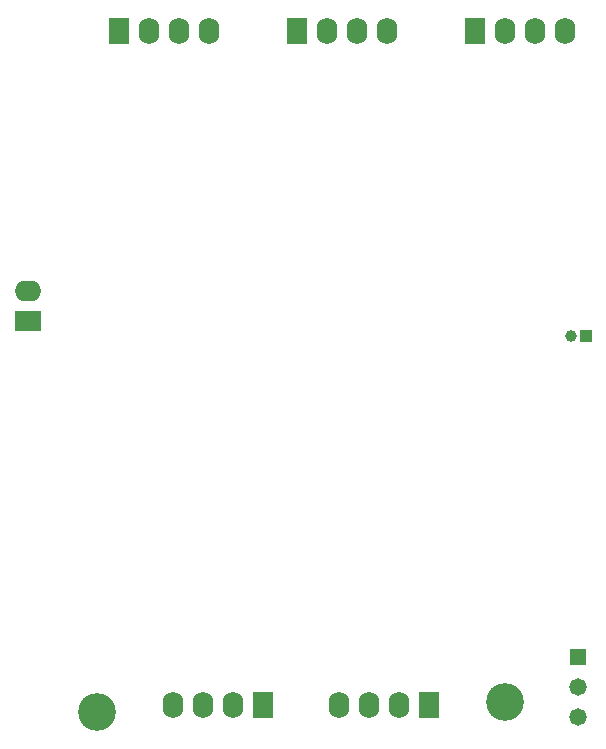
<source format=gbs>
G04*
G04 #@! TF.GenerationSoftware,Altium Limited,Altium Designer,18.1.9 (240)*
G04*
G04 Layer_Color=16711935*
%FSLAX24Y24*%
%MOIN*%
G70*
G01*
G75*
%ADD52C,0.1261*%
%ADD53O,0.0680X0.0880*%
%ADD54R,0.0680X0.0880*%
%ADD55O,0.0880X0.0680*%
%ADD56R,0.0880X0.0680*%
%ADD57C,0.0580*%
%ADD58R,0.0580X0.0580*%
%ADD59R,0.0395X0.0395*%
%ADD60C,0.0395*%
D52*
X26950Y26500D02*
D03*
X13350Y26150D02*
D03*
D53*
X17100Y48850D02*
D03*
X15100D02*
D03*
X16100D02*
D03*
X23025D02*
D03*
X21025D02*
D03*
X22025D02*
D03*
X28950D02*
D03*
X26950D02*
D03*
X27950D02*
D03*
X15900Y26400D02*
D03*
X17900D02*
D03*
X16900D02*
D03*
X21425D02*
D03*
X23425D02*
D03*
X22425D02*
D03*
D54*
X14100Y48850D02*
D03*
X20025D02*
D03*
X25950D02*
D03*
X18900Y26400D02*
D03*
X24425D02*
D03*
D55*
X11050Y40200D02*
D03*
D56*
Y39200D02*
D03*
D57*
X29400Y26000D02*
D03*
Y27000D02*
D03*
D58*
Y28000D02*
D03*
D59*
X29650Y38681D02*
D03*
D60*
X29158D02*
D03*
M02*

</source>
